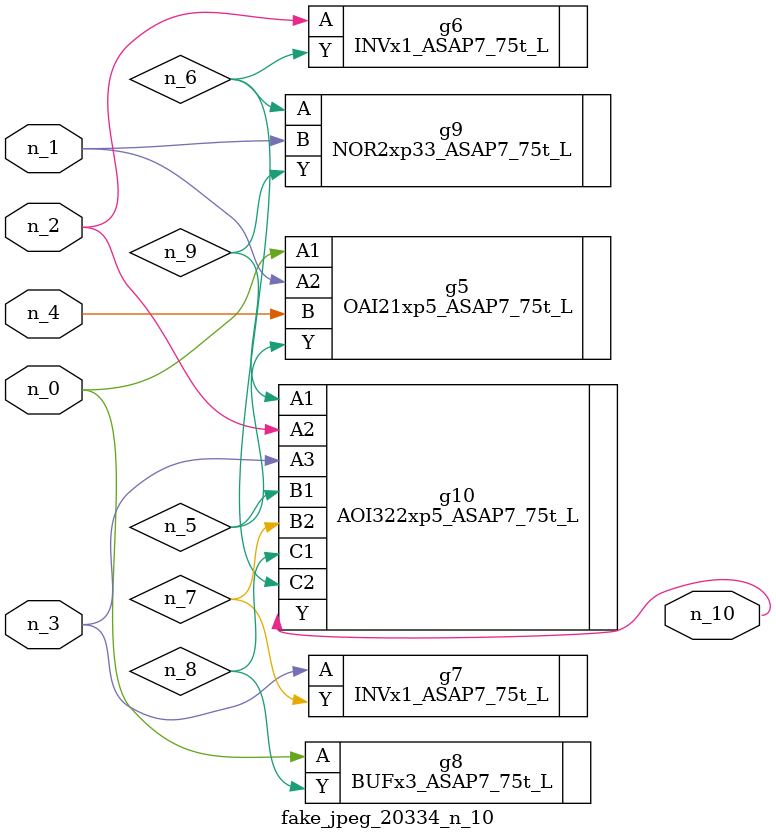
<source format=v>
module fake_jpeg_20334_n_10 (n_3, n_2, n_1, n_0, n_4, n_10);

input n_3;
input n_2;
input n_1;
input n_0;
input n_4;

output n_10;

wire n_8;
wire n_9;
wire n_6;
wire n_5;
wire n_7;

OAI21xp5_ASAP7_75t_L g5 ( 
.A1(n_0),
.A2(n_1),
.B(n_4),
.Y(n_5)
);

INVx1_ASAP7_75t_L g6 ( 
.A(n_2),
.Y(n_6)
);

INVx1_ASAP7_75t_L g7 ( 
.A(n_3),
.Y(n_7)
);

BUFx3_ASAP7_75t_L g8 ( 
.A(n_0),
.Y(n_8)
);

NOR2xp33_ASAP7_75t_L g9 ( 
.A(n_6),
.B(n_1),
.Y(n_9)
);

AOI322xp5_ASAP7_75t_L g10 ( 
.A1(n_9),
.A2(n_2),
.A3(n_3),
.B1(n_5),
.B2(n_7),
.C1(n_8),
.C2(n_6),
.Y(n_10)
);


endmodule
</source>
